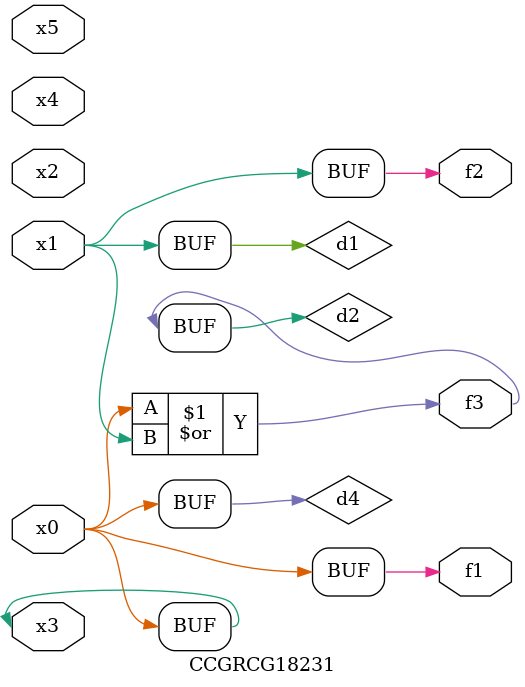
<source format=v>
module CCGRCG18231(
	input x0, x1, x2, x3, x4, x5,
	output f1, f2, f3
);

	wire d1, d2, d3, d4;

	and (d1, x1);
	or (d2, x0, x1);
	nand (d3, x0, x5);
	buf (d4, x0, x3);
	assign f1 = d4;
	assign f2 = d1;
	assign f3 = d2;
endmodule

</source>
